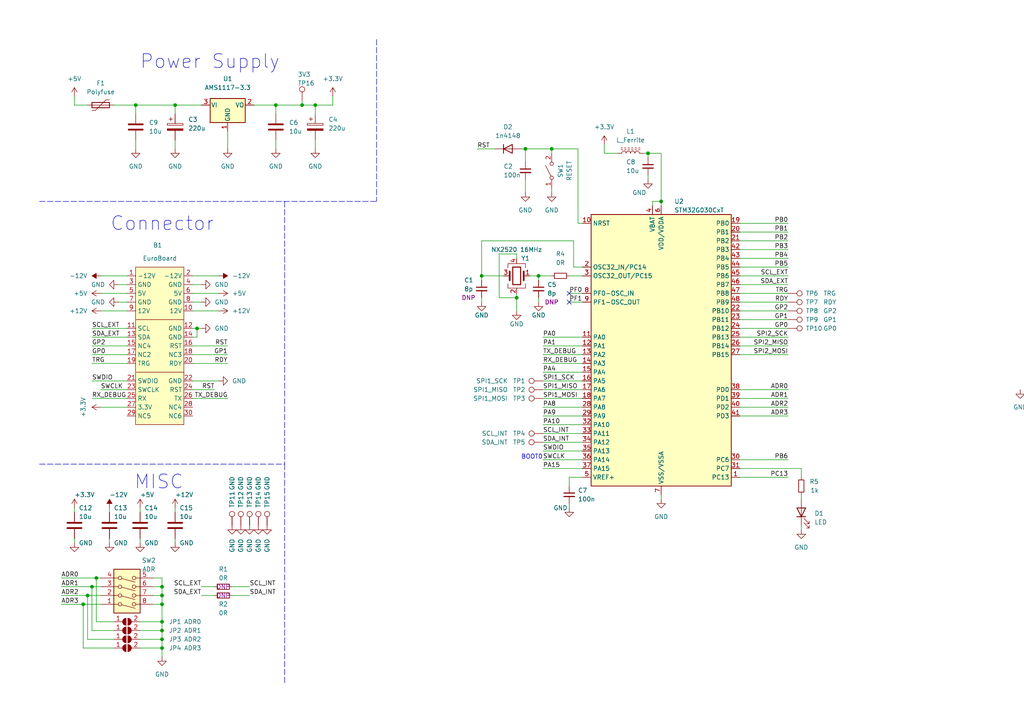
<source format=kicad_sch>
(kicad_sch (version 20211123) (generator eeschema)
  (paper "A4")
  (title_block (title "EuroMeasure-Module") (date "2023-01-27") (rev "1.0.0"))
  (lib_symbols
    (symbol "Connector:TestPoint" (pin_numbers hide) (pin_names (offset 0.762) hide)
      (property "Reference" "TP" (at 0 6.858 0))
      (property "Value" "TestPoint" (at 0 5.08 0))
      (symbol "TestPoint_0_1"
        (circle (center 0 3.302) (radius 0.762))
      )
      (symbol "TestPoint_1_1"
        (pin passive line (at 0 0 90) (length 2.54) (name "1") (number "1"))
      )
    )
    (symbol "Device:C" (pin_numbers hide) (pin_names (offset 0.254))
      (property "Reference" "C" (at 0.635 2.54 0))
      (property "Value" "C" (at 0.635 -2.54 0))
      (symbol "C_0_1"
        (polyline (pts (xy -2.032 -0.762) (xy 2.032 -0.762)) (stroke (width 0.508)))
        (polyline (pts (xy -2.032 0.762) (xy 2.032 0.762)) (stroke (width 0.508)))
      )
      (symbol "C_1_1"
        (pin passive line (at 0 3.81 270) (length 2.794) (name "~") (number "1"))
        (pin passive line (at 0 -3.81 90) (length 2.794) (name "~") (number "2"))
      )
    )
    (symbol "Device:C_Polarized" (pin_numbers hide) (pin_names (offset 0.254))
      (property "Reference" "C" (at 0.635 2.54 0))
      (property "Value" "C_Polarized" (at 0.635 -2.54 0))
      (symbol "C_Polarized_0_1"
        (rectangle (start -2.286 0.508) (end 2.286 1.016))
        (polyline (pts (xy -1.778 2.286) (xy -0.762 2.286)))
        (polyline (pts (xy -1.27 2.794) (xy -1.27 1.778)))
        (rectangle (start 2.286 -0.508) (end -2.286 -1.016) (fill (type outline)))
      )
      (symbol "C_Polarized_1_1"
        (pin passive line (at 0 3.81 270) (length 2.794) (name "~") (number "1"))
        (pin passive line (at 0 -3.81 90) (length 2.794) (name "~") (number "2"))
      )
    )
    (symbol "Device:C_Small" (pin_numbers hide) (pin_names (offset 0.254) hide)
      (property "Reference" "C" (at 0.254 1.778 0))
      (property "Value" "C_Small" (at 0.254 -2.032 0))
      (symbol "C_Small_0_1"
        (polyline (pts (xy -1.524 -0.508) (xy 1.524 -0.508)) (stroke (width 0.3302)))
        (polyline (pts (xy -1.524 0.508) (xy 1.524 0.508)) (stroke (width 0.3048)))
      )
      (symbol "C_Small_1_1"
        (pin passive line (at 0 2.54 270) (length 2.032) (name "~") (number "1"))
        (pin passive line (at 0 -2.54 90) (length 2.032) (name "~") (number "2"))
      )
    )
    (symbol "Device:Crystal_GND24" (pin_names (offset 1.016) hide)
      (property "Reference" "Y" (at 3.175 5.08 0))
      (property "Value" "Crystal_GND24" (at 3.175 3.175 0))
      (symbol "Crystal_GND24_0_1"
        (rectangle (start -1.143 2.54) (end 1.143 -2.54) (stroke (width 0.3048)))
        (polyline (pts (xy -2.54 0) (xy -2.032 0)))
        (polyline (pts (xy -2.032 -1.27) (xy -2.032 1.27)) (stroke (width 0.508)))
        (polyline (pts (xy 0 -3.81) (xy 0 -3.556)))
        (polyline (pts (xy 0 3.556) (xy 0 3.81)))
        (polyline (pts (xy 2.032 -1.27) (xy 2.032 1.27)) (stroke (width 0.508)))
        (polyline (pts (xy 2.032 0) (xy 2.54 0)))
        (polyline (pts (xy -2.54 -2.286) (xy -2.54 -3.556) (xy 2.54 -3.556) (xy 2.54 -2.286)))
        (polyline (pts (xy -2.54 2.286) (xy -2.54 3.556) (xy 2.54 3.556) (xy 2.54 2.286)))
      )
      (symbol "Crystal_GND24_1_1"
        (pin passive line (at -3.81 0 0) (length 1.27) (name "1") (number "1"))
        (pin passive line (at 0 5.08 270) (length 1.27) (name "2") (number "2"))
        (pin passive line (at 3.81 0 180) (length 1.27) (name "3") (number "3"))
        (pin passive line (at 0 -5.08 90) (length 1.27) (name "4") (number "4"))
      )
    )
    (symbol "Device:D" (pin_numbers hide) (pin_names (offset 1.016) hide)
      (property "Reference" "D" (at 0 2.54 0))
      (property "Value" "D" (at 0 -2.54 0))
      (symbol "D_0_1"
        (polyline (pts (xy -1.27 1.27) (xy -1.27 -1.27)) (stroke (width 0.254)))
        (polyline (pts (xy 1.27 0) (xy -1.27 0)))
        (polyline (pts (xy 1.27 1.27) (xy 1.27 -1.27) (xy -1.27 0) (xy 1.27 1.27)) (stroke (width 0.254)))
      )
      (symbol "D_1_1"
        (pin passive line (at -3.81 0 0) (length 2.54) (name "K") (number "1"))
        (pin passive line (at 3.81 0 180) (length 2.54) (name "A") (number "2"))
      )
    )
    (symbol "Device:LED" (pin_numbers hide) (pin_names (offset 1.016) hide)
      (property "Reference" "D" (at 0 2.54 0))
      (property "Value" "LED" (at 0 -2.54 0))
      (symbol "LED_0_1"
        (polyline (pts (xy -1.27 -1.27) (xy -1.27 1.27)) (stroke (width 0.254)))
        (polyline (pts (xy -1.27 0) (xy 1.27 0)))
        (polyline (pts (xy 1.27 -1.27) (xy 1.27 1.27) (xy -1.27 0) (xy 1.27 -1.27)) (stroke (width 0.254)))
        (polyline (pts (xy -3.048 -0.762) (xy -4.572 -2.286) (xy -3.81 -2.286) (xy -4.572 -2.286) (xy -4.572 -1.524)))
        (polyline (pts (xy -1.778 -0.762) (xy -3.302 -2.286) (xy -2.54 -2.286) (xy -3.302 -2.286) (xy -3.302 -1.524)))
      )
      (symbol "LED_1_1"
        (pin passive line (at -3.81 0 0) (length 2.54) (name "K") (number "1"))
        (pin passive line (at 3.81 0 180) (length 2.54) (name "A") (number "2"))
      )
    )
    (symbol "Device:L_Ferrite" (pin_numbers hide) (pin_names (offset 1.016) hide)
      (property "Reference" "L" (at -1.27 0 90))
      (property "Value" "L_Ferrite" (at 2.794 0 90))
      (symbol "L_Ferrite_0_1"
        (arc (start 0 -2.54) (mid 0.635 -1.905) (end 0 -1.27))
        (arc (start 0 -1.27) (mid 0.635 -0.635) (end 0 0))
        (polyline (pts (xy 1.016 -2.794) (xy 1.016 -2.286)))
        (polyline (pts (xy 1.016 -1.778) (xy 1.016 -1.27)))
        (polyline (pts (xy 1.016 -0.762) (xy 1.016 -0.254)))
        (polyline (pts (xy 1.016 0.254) (xy 1.016 0.762)))
        (polyline (pts (xy 1.016 1.27) (xy 1.016 1.778)))
        (polyline (pts (xy 1.016 2.286) (xy 1.016 2.794)))
        (polyline (pts (xy 1.524 -2.286) (xy 1.524 -2.794)))
        (polyline (pts (xy 1.524 -1.27) (xy 1.524 -1.778)))
        (polyline (pts (xy 1.524 -0.254) (xy 1.524 -0.762)))
        (polyline (pts (xy 1.524 0.762) (xy 1.524 0.254)))
        (polyline (pts (xy 1.524 1.778) (xy 1.524 1.27)))
        (polyline (pts (xy 1.524 2.794) (xy 1.524 2.286)))
        (arc (start 0 0) (mid 0.635 0.635) (end 0 1.27))
        (arc (start 0 1.27) (mid 0.635 1.905) (end 0 2.54))
      )
      (symbol "L_Ferrite_1_1"
        (pin passive line (at 0 3.81 270) (length 1.27) (name "1") (number "1"))
        (pin passive line (at 0 -3.81 90) (length 1.27) (name "2") (number "2"))
      )
    )
    (symbol "Device:Polyfuse" (pin_numbers hide) (pin_names (offset 0))
      (property "Reference" "F" (at -2.54 0 90))
      (property "Value" "Polyfuse" (at 2.54 0 90))
      (symbol "Polyfuse_0_1"
        (rectangle (start -0.762 2.54) (end 0.762 -2.54) (stroke (width 0.254)))
        (polyline (pts (xy 0 2.54) (xy 0 -2.54)))
        (polyline (pts (xy -1.524 2.54) (xy -1.524 1.524) (xy 1.524 -1.524) (xy 1.524 -2.54)))
      )
      (symbol "Polyfuse_1_1"
        (pin passive line (at 0 3.81 270) (length 1.27) (name "~") (number "1"))
        (pin passive line (at 0 -3.81 90) (length 1.27) (name "~") (number "2"))
      )
    )
    (symbol "Device:R_Small" (pin_numbers hide) (pin_names (offset 0.254) hide)
      (property "Reference" "R" (at 0.762 0.508 0))
      (property "Value" "R_Small" (at 0.762 -1.016 0))
      (symbol "R_Small_0_1"
        (rectangle (start -0.762 1.778) (end 0.762 -1.778) (stroke (width 0.2032)))
      )
      (symbol "R_Small_1_1"
        (pin passive line (at 0 2.54 270) (length 0.762) (name "~") (number "1"))
        (pin passive line (at 0 -2.54 90) (length 0.762) (name "~") (number "2"))
      )
    )
    (symbol "Jumper:SolderJumper_2_Open" (pin_names (offset 0) hide)
      (property "Reference" "JP" (at 0 2.032 0))
      (property "Value" "SolderJumper_2_Open" (at 0 -2.54 0))
      (symbol "SolderJumper_2_Open_0_1"
        (arc (start -0.254 1.016) (mid -1.27 0) (end -0.254 -1.016))
        (arc (start -0.254 1.016) (mid -1.27 0) (end -0.254 -1.016) (fill (type outline)))
        (polyline (pts (xy -0.254 1.016) (xy -0.254 -1.016)))
        (polyline (pts (xy 0.254 1.016) (xy 0.254 -1.016)))
        (arc (start 0.254 -1.016) (mid 1.27 0) (end 0.254 1.016))
        (arc (start 0.254 -1.016) (mid 1.27 0) (end 0.254 1.016) (fill (type outline)))
      )
      (symbol "SolderJumper_2_Open_1_1"
        (pin passive line (at -3.81 0 0) (length 2.54) (name "A") (number "1"))
        (pin passive line (at 3.81 0 180) (length 2.54) (name "B") (number "2"))
      )
    )
    (symbol "MEMS_Custom:EuroBoard"
      (property "Reference" "B" (at 0 0 0))
      (property "Value" "EuroBoard" (at 2.54 8.89 0))
      (symbol "EuroBoard_0_1"
        (rectangle (start -3.81 7.62) (end 10.16 -38.1) (fill (type background)))
        (polyline (pts (xy -3.81 -22.86) (xy 10.16 -22.86)))
        (polyline (pts (xy -3.81 -7.62) (xy 10.16 -7.62)))
      )
      (symbol "EuroBoard_1_1"
        (pin bidirectional line (at -6.35 5.08 0) (length 2.54) (name "-12V") (number "1"))
        (pin bidirectional line (at 12.7 -5.08 180) (length 2.54) (name "12V") (number "10"))
        (pin bidirectional line (at -6.35 -10.16 0) (length 2.54) (name "SCL") (number "11"))
        (pin bidirectional line (at 12.7 -10.16 180) (length 2.54) (name "GND") (number "12"))
        (pin bidirectional line (at -6.35 -12.7 0) (length 2.54) (name "SDA") (number "13"))
        (pin bidirectional line (at 12.7 -12.7 180) (length 2.54) (name "GND") (number "14"))
        (pin bidirectional line (at -6.35 -15.24 0) (length 2.54) (name "NC4") (number "15"))
        (pin bidirectional line (at 12.7 -15.24 180) (length 2.54) (name "RST") (number "16"))
        (pin bidirectional line (at -6.35 -17.78 0) (length 2.54) (name "NC2") (number "17"))
        (pin bidirectional line (at 12.7 -17.78 180) (length 2.54) (name "NC3") (number "18"))
        (pin bidirectional line (at -6.35 -20.32 0) (length 2.54) (name "TRG") (number "19"))
        (pin bidirectional line (at 12.7 5.08 180) (length 2.54) (name "-12V") (number "2"))
        (pin bidirectional line (at 12.7 -20.32 180) (length 2.54) (name "RDY") (number "20"))
        (pin bidirectional line (at -6.35 -25.4 0) (length 2.54) (name "SWDIO") (number "21"))
        (pin bidirectional line (at 12.7 -25.4 180) (length 2.54) (name "GND") (number "22"))
        (pin bidirectional line (at -6.35 -27.94 0) (length 2.54) (name "SWCLK") (number "23"))
        (pin bidirectional line (at 12.7 -27.94 180) (length 2.54) (name "RST") (number "24"))
        (pin bidirectional line (at -6.35 -30.48 0) (length 2.54) (name "RX") (number "25"))
        (pin bidirectional line (at 12.7 -30.48 180) (length 2.54) (name "TX") (number "26"))
        (pin bidirectional line (at -6.35 -33.02 0) (length 2.54) (name "3.3V") (number "27"))
        (pin bidirectional line (at 12.7 -33.02 180) (length 2.54) (name "NC4") (number "28"))
        (pin bidirectional line (at -6.35 -35.56 0) (length 2.54) (name "NC5") (number "29"))
        (pin bidirectional line (at -6.35 2.54 0) (length 2.54) (name "GND") (number "3"))
        (pin bidirectional line (at 12.7 -35.56 180) (length 2.54) (name "NC6") (number "30"))
        (pin bidirectional line (at 12.7 2.54 180) (length 2.54) (name "GND") (number "4"))
        (pin bidirectional line (at -6.35 0 0) (length 2.54) (name "5V") (number "5"))
        (pin bidirectional line (at 12.7 0 180) (length 2.54) (name "5V") (number "6"))
        (pin bidirectional line (at -6.35 -2.54 0) (length 2.54) (name "GND") (number "7"))
        (pin bidirectional line (at 12.7 -2.54 180) (length 2.54) (name "GND") (number "8"))
        (pin bidirectional line (at -6.35 -5.08 0) (length 2.54) (name "12V") (number "9"))
      )
    )
    (symbol "MEMS_IC:STM32G030CxT"
      (property "Reference" "U" (at -6.35 49.53 0))
      (property "Value" "STM32G030CxT" (at 15.24 43.18 0))
      (symbol "STM32G030CxT_0_1"
        (rectangle (start -20.32 40.64) (end 20.32 -38.1) (stroke (width 0.254)) (fill (type background)))
      )
      (symbol "STM32G030CxT_1_1"
        (pin bidirectional line (at 22.86 -35.56 180) (length 2.54) (name "PC13") (number "1"))
        (pin bidirectional line (at -22.86 38.1 0) (length 2.54) (name "NRST") (number "10"))
        (pin bidirectional line (at -22.86 5.08 0) (length 2.54) (name "PA0") (number "11"))
        (pin bidirectional line (at -22.86 2.54 0) (length 2.54) (name "PA1") (number "12"))
        (pin bidirectional line (at -22.86 0 0) (length 2.54) (name "PA2") (number "13"))
        (pin bidirectional line (at -22.86 -2.54 0) (length 2.54) (name "PA3") (number "14"))
        (pin bidirectional line (at -22.86 -5.08 0) (length 2.54) (name "PA4") (number "15"))
        (pin bidirectional line (at -22.86 -7.62 0) (length 2.54) (name "PA5") (number "16"))
        (pin bidirectional line (at -22.86 -10.16 0) (length 2.54) (name "PA6") (number "17"))
        (pin bidirectional line (at -22.86 -12.7 0) (length 2.54) (name "PA7") (number "18"))
        (pin bidirectional line (at 22.86 38.1 180) (length 2.54) (name "PB0") (number "19"))
        (pin bidirectional line (at -22.86 25.4 0) (length 2.54) (name "OSC32_IN/PC14") (number "2"))
        (pin bidirectional line (at 22.86 35.56 180) (length 2.54) (name "PB1") (number "20"))
        (pin bidirectional line (at 22.86 33.02 180) (length 2.54) (name "PB2") (number "21"))
        (pin bidirectional line (at 22.86 12.7 180) (length 2.54) (name "PB10") (number "22"))
        (pin bidirectional line (at 22.86 10.16 180) (length 2.54) (name "PB11") (number "23"))
        (pin bidirectional line (at 22.86 7.62 180) (length 2.54) (name "PB12") (number "24"))
        (pin bidirectional line (at 22.86 5.08 180) (length 2.54) (name "PB13") (number "25"))
        (pin bidirectional line (at 22.86 2.54 180) (length 2.54) (name "PB14") (number "26"))
        (pin bidirectional line (at 22.86 0 180) (length 2.54) (name "PB15") (number "27"))
        (pin bidirectional line (at -22.86 -15.24 0) (length 2.54) (name "PA8") (number "28"))
        (pin bidirectional line (at -22.86 -17.78 0) (length 2.54) (name "PA9") (number "29"))
        (pin bidirectional line (at -22.86 22.86 0) (length 2.54) (name "OSC32_OUT/PC15") (number "3"))
        (pin bidirectional line (at 22.86 -30.48 180) (length 2.54) (name "PC6") (number "30"))
        (pin bidirectional line (at 22.86 -33.02 180) (length 2.54) (name "PC7") (number "31"))
        (pin bidirectional line (at -22.86 -20.32 0) (length 2.54) (name "PA10") (number "32"))
        (pin bidirectional line (at -22.86 -22.86 0) (length 2.54) (name "PA11") (number "33"))
        (pin bidirectional line (at -22.86 -25.4 0) (length 2.54) (name "PA12") (number "34"))
        (pin bidirectional line (at -22.86 -27.94 0) (length 2.54) (name "PA13") (number "35"))
        (pin bidirectional line (at -22.86 -30.48 0) (length 2.54) (name "PA14") (number "36"))
        (pin bidirectional line (at -22.86 -33.02 0) (length 2.54) (name "PA15") (number "37"))
        (pin bidirectional line (at 22.86 -10.16 180) (length 2.54) (name "PD0") (number "38"))
        (pin bidirectional line (at 22.86 -12.7 180) (length 2.54) (name "PD1") (number "39"))
        (pin power_in line (at -2.54 43.18 270) (length 2.54) (name "VBAT") (number "4"))
        (pin bidirectional line (at 22.86 -15.24 180) (length 2.54) (name "PD2") (number "40"))
        (pin bidirectional line (at 22.86 -17.78 180) (length 2.54) (name "PD3") (number "41"))
        (pin bidirectional line (at 22.86 30.48 180) (length 2.54) (name "PB3") (number "42"))
        (pin bidirectional line (at 22.86 27.94 180) (length 2.54) (name "PB4") (number "43"))
        (pin bidirectional line (at 22.86 25.4 180) (length 2.54) (name "PB5") (number "44"))
        (pin bidirectional line (at 22.86 22.86 180) (length 2.54) (name "PB6") (number "45"))
        (pin bidirectional line (at 22.86 20.32 180) (length 2.54) (name "PB7") (number "46"))
        (pin bidirectional line (at 22.86 17.78 180) (length 2.54) (name "PB8") (number "47"))
        (pin bidirectional line (at 22.86 15.24 180) (length 2.54) (name "PB9") (number "48"))
        (pin bidirectional line (at -22.86 -35.56 0) (length 2.54) (name "VREF+") (number "5"))
        (pin power_in line (at 0 43.18 270) (length 2.54) (name "VDD/VDDA") (number "6"))
        (pin power_in line (at 0 -40.64 90) (length 2.54) (name "VSS/VSSA") (number "7"))
        (pin bidirectional line (at -22.86 17.78 0) (length 2.54) (name "PF0-OSC_IN") (number "8"))
        (pin bidirectional line (at -22.86 15.24 0) (length 2.54) (name "PF1-OSC_OUT") (number "9"))
      )
    )
    (symbol "Regulator_Linear:AMS1117-3.3" (pin_names (offset 0.254))
      (property "Reference" "U" (at -3.81 3.175 0))
      (property "Value" "AMS1117-3.3" (at 0 3.175 0))
      (symbol "AMS1117-3.3_0_1"
        (rectangle (start -5.08 -5.08) (end 5.08 1.905) (stroke (width 0.254)) (fill (type background)))
      )
      (symbol "AMS1117-3.3_1_1"
        (pin power_in line (at 0 -7.62 90) (length 2.54) (name "GND") (number "1"))
        (pin power_out line (at 7.62 0 180) (length 2.54) (name "VO") (number "2"))
        (pin power_in line (at -7.62 0 0) (length 2.54) (name "VI") (number "3"))
      )
    )
    (symbol "Switch:SW_DIP_x04" (pin_names (offset 0) hide)
      (property "Reference" "SW" (at 0 8.89 0))
      (property "Value" "SW_DIP_x04" (at 0 -6.35 0))
      (symbol "SW_DIP_x04_0_0"
        (circle (center -2.032 -2.54) (radius 0.508))
        (circle (center -2.032 0) (radius 0.508))
        (circle (center -2.032 2.54) (radius 0.508))
        (circle (center -2.032 5.08) (radius 0.508))
        (polyline (pts (xy -1.524 -2.3876) (xy 2.3622 -1.3462)))
        (polyline (pts (xy -1.524 0.127) (xy 2.3622 1.1684)))
        (polyline (pts (xy -1.524 2.667) (xy 2.3622 3.7084)))
        (polyline (pts (xy -1.524 5.207) (xy 2.3622 6.2484)))
        (circle (center 2.032 -2.54) (radius 0.508))
        (circle (center 2.032 0) (radius 0.508))
        (circle (center 2.032 2.54) (radius 0.508))
        (circle (center 2.032 5.08) (radius 0.508))
      )
      (symbol "SW_DIP_x04_0_1"
        (rectangle (start -3.81 7.62) (end 3.81 -5.08) (stroke (width 0.254)) (fill (type background)))
      )
      (symbol "SW_DIP_x04_1_1"
        (pin passive line (at -7.62 5.08 0) (length 5.08) (name "~") (number "1"))
        (pin passive line (at -7.62 2.54 0) (length 5.08) (name "~") (number "2"))
        (pin passive line (at -7.62 0 0) (length 5.08) (name "~") (number "3"))
        (pin passive line (at -7.62 -2.54 0) (length 5.08) (name "~") (number "4"))
        (pin passive line (at 7.62 -2.54 180) (length 5.08) (name "~") (number "5"))
        (pin passive line (at 7.62 0 180) (length 5.08) (name "~") (number "6"))
        (pin passive line (at 7.62 2.54 180) (length 5.08) (name "~") (number "7"))
        (pin passive line (at 7.62 5.08 180) (length 5.08) (name "~") (number "8"))
      )
    )
    (symbol "Switch:SW_SPST" (pin_names (offset 0) hide)
      (property "Reference" "SW" (at 0 3.175 0))
      (property "Value" "SW_SPST" (at 0 -2.54 0))
      (symbol "SW_SPST_0_0"
        (circle (center -2.032 0) (radius 0.508))
        (polyline (pts (xy -1.524 0.254) (xy 1.524 1.778)))
        (circle (center 2.032 0) (radius 0.508))
      )
      (symbol "SW_SPST_1_1"
        (pin passive line (at -5.08 0 0) (length 2.54) (name "A") (number "1"))
        (pin passive line (at 5.08 0 180) (length 2.54) (name "B") (number "2"))
      )
    )
    (symbol "power:+12V" (power) (pin_names (offset 0))
      (property "Value" "+12V" (at 0 3.556 0))
      (symbol "+12V_0_1"
        (polyline (pts (xy -0.762 1.27) (xy 0 2.54)))
        (polyline (pts (xy 0 0) (xy 0 2.54)))
        (polyline (pts (xy 0 2.54) (xy 0.762 1.27)))
      )
      (symbol "+12V_1_1"
        (pin power_in line (at 0 0 90) (length 0) hide (name "+12V") (number "1"))
      )
    )
    (symbol "power:+3.3V" (power) (pin_names (offset 0))
      (property "Value" "+3.3V" (at 0 3.556 0))
      (symbol "+3.3V_0_1"
        (polyline (pts (xy -0.762 1.27) (xy 0 2.54)))
        (polyline (pts (xy 0 0) (xy 0 2.54)))
        (polyline (pts (xy 0 2.54) (xy 0.762 1.27)))
      )
      (symbol "+3.3V_1_1"
        (pin power_in line (at 0 0 90) (length 0) hide (name "+3.3V") (number "1"))
      )
    )
    (symbol "power:+5V" (power) (pin_names (offset 0))
      (property "Value" "+5V" (at 0 3.556 0))
      (symbol "+5V_0_1"
        (polyline (pts (xy -0.762 1.27) (xy 0 2.54)))
        (polyline (pts (xy 0 0) (xy 0 2.54)))
        (polyline (pts (xy 0 2.54) (xy 0.762 1.27)))
      )
      (symbol "+5V_1_1"
        (pin power_in line (at 0 0 90) (length 0) hide (name "+5V") (number "1"))
      )
    )
    (symbol "power:-12V" (power) (pin_names (offset 0))
      (property "Value" "-12V" (at 0 3.81 0))
      (symbol "-12V_0_0"
        (pin power_in line (at 0 0 90) (length 0) hide (name "-12V") (number "1"))
      )
      (symbol "-12V_0_1"
        (polyline (pts (xy 0 0) (xy 0 1.27) (xy 0.762 1.27) (xy 0 2.54) (xy -0.762 1.27) (xy 0 1.27)) (fill (type outline)))
      )
    )
    (symbol "power:GND" (power) (pin_names (offset 0))
      (property "Value" "GND" (at 0 -3.81 0))
      (symbol "GND_0_1"
        (polyline (pts (xy 0 0) (xy 0 -1.27) (xy 1.27 -1.27) (xy 0 -2.54) (xy -1.27 -1.27) (xy 0 -1.27)))
      )
      (symbol "GND_1_1"
        (pin power_in line (at 0 0 270) (length 0) hide (name "GND") (number "1"))
      )
    )
  )
  (junction (at 80.01 30.48))
  (junction (at 46.99 170.18))
  (junction (at 39.37 30.48))
  (junction (at 160.02 43.18))
  (junction (at 187.96 44.45))
  (junction (at 152.4 43.18))
  (junction (at 25.4 172.72))
  (junction (at 50.8 30.48))
  (junction (at 24.13 175.26))
  (junction (at 57.15 95.25))
  (junction (at 26.67 170.18))
  (junction (at 91.44 30.48))
  (junction (at 46.99 185.42))
  (junction (at 87.63 30.48))
  (junction (at 191.77 58.42))
  (junction (at 139.7 80.01))
  (junction (at 46.99 180.34))
  (junction (at 27.94 167.64))
  (junction (at 149.86 86.36))
  (junction (at 46.99 172.72))
  (junction (at 46.99 187.96))
  (junction (at 156.21 80.01))
  (junction (at 46.99 175.26))
  (junction (at 46.99 182.88))
  (no_connect (at 165.1 87.63))
  (no_connect (at 165.1 85.09))
  (wire (pts (xy 21.59 27.94) (xy 21.59 30.48)))
  (polyline (pts (xy 109.22 11.43) (xy 109.22 58.42)))
  (wire (pts (xy 214.63 87.63) (xy 228.6 87.63)))
  (wire (pts (xy 58.42 170.18) (xy 62.23 170.18)))
  (wire (pts (xy 17.78 175.26) (xy 24.13 175.26)))
  (wire (pts (xy 17.78 170.18) (xy 26.67 170.18)))
  (wire (pts (xy 167.64 43.18) (xy 160.02 43.18)))
  (wire (pts (xy 29.21 113.03) (xy 36.83 113.03)))
  (wire (pts (xy 157.48 133.35) (xy 168.91 133.35)))
  (wire (pts (xy 66.04 115.57) (xy 55.88 115.57)))
  (wire (pts (xy 139.7 87.63) (xy 139.7 86.36)))
  (polyline (pts (xy 11.43 134.62) (xy 82.55 134.62)))
  (wire (pts (xy 191.77 58.42) (xy 191.77 59.69)))
  (wire (pts (xy 168.91 77.47) (xy 166.37 77.47)))
  (wire (pts (xy 157.48 107.95) (xy 168.91 107.95)))
  (wire (pts (xy 58.42 172.72) (xy 62.23 172.72)))
  (wire (pts (xy 214.63 64.77) (xy 228.6 64.77)))
  (wire (pts (xy 187.96 44.45) (xy 187.96 45.72)))
  (wire (pts (xy 214.63 100.33) (xy 228.6 100.33)))
  (polyline (pts (xy 11.43 58.42) (xy 109.22 58.42)))
  (wire (pts (xy 232.41 152.4) (xy 232.41 153.67)))
  (wire (pts (xy 57.15 95.25) (xy 57.15 97.79)))
  (wire (pts (xy 165.1 87.63) (xy 168.91 87.63)))
  (wire (pts (xy 144.78 73.66) (xy 144.78 86.36)))
  (wire (pts (xy 46.99 187.96) (xy 40.64 187.96)))
  (wire (pts (xy 50.8 30.48) (xy 50.8 33.02)))
  (wire (pts (xy 214.63 115.57) (xy 228.6 115.57)))
  (wire (pts (xy 27.94 180.34) (xy 33.02 180.34)))
  (wire (pts (xy 168.91 130.81) (xy 157.48 130.81)))
  (wire (pts (xy 26.67 105.41) (xy 36.83 105.41)))
  (wire (pts (xy 46.99 182.88) (xy 46.99 185.42)))
  (wire (pts (xy 139.7 80.01) (xy 146.05 80.01)))
  (wire (pts (xy 232.41 143.51) (xy 232.41 144.78)))
  (wire (pts (xy 191.77 58.42) (xy 189.23 58.42)))
  (wire (pts (xy 214.63 69.85) (xy 228.6 69.85)))
  (wire (pts (xy 187.96 44.45) (xy 191.77 44.45)))
  (wire (pts (xy 96.52 30.48) (xy 96.52 27.94)))
  (wire (pts (xy 46.99 175.26) (xy 46.99 180.34)))
  (wire (pts (xy 24.13 175.26) (xy 29.21 175.26)))
  (wire (pts (xy 186.69 44.45) (xy 187.96 44.45)))
  (wire (pts (xy 139.7 80.01) (xy 139.7 81.28)))
  (wire (pts (xy 17.78 172.72) (xy 25.4 172.72)))
  (wire (pts (xy 40.64 185.42) (xy 46.99 185.42)))
  (wire (pts (xy 149.86 85.09) (xy 149.86 86.36)))
  (wire (pts (xy 153.67 80.01) (xy 156.21 80.01)))
  (wire (pts (xy 87.63 30.48) (xy 91.44 30.48)))
  (wire (pts (xy 165.1 138.43) (xy 165.1 140.97)))
  (wire (pts (xy 152.4 46.99) (xy 152.4 43.18)))
  (wire (pts (xy 26.67 182.88) (xy 33.02 182.88)))
  (wire (pts (xy 80.01 43.18) (xy 80.01 40.64)))
  (wire (pts (xy 157.48 125.73) (xy 168.91 125.73)))
  (wire (pts (xy 50.8 147.32) (xy 50.8 148.59)))
  (wire (pts (xy 168.91 138.43) (xy 165.1 138.43)))
  (wire (pts (xy 17.78 167.64) (xy 27.94 167.64)))
  (wire (pts (xy 149.86 74.93) (xy 149.86 73.66)))
  (wire (pts (xy 80.01 30.48) (xy 80.01 33.02)))
  (wire (pts (xy 55.88 95.25) (xy 57.15 95.25)))
  (wire (pts (xy 66.04 43.18) (xy 66.04 38.1)))
  (wire (pts (xy 36.83 82.55) (xy 34.29 82.55)))
  (wire (pts (xy 50.8 40.64) (xy 50.8 43.18)))
  (wire (pts (xy 44.45 167.64) (xy 46.99 167.64)))
  (wire (pts (xy 152.4 43.18) (xy 160.02 43.18)))
  (wire (pts (xy 26.67 102.87) (xy 36.83 102.87)))
  (wire (pts (xy 55.88 102.87) (xy 66.04 102.87)))
  (wire (pts (xy 25.4 185.42) (xy 33.02 185.42)))
  (wire (pts (xy 166.37 77.47) (xy 166.37 69.85)))
  (wire (pts (xy 157.48 102.87) (xy 168.91 102.87)))
  (wire (pts (xy 46.99 185.42) (xy 46.99 187.96)))
  (wire (pts (xy 167.64 64.77) (xy 167.64 43.18)))
  (wire (pts (xy 191.77 44.45) (xy 191.77 58.42)))
  (wire (pts (xy 40.64 157.48) (xy 40.64 156.21)))
  (wire (pts (xy 40.64 182.88) (xy 46.99 182.88)))
  (wire (pts (xy 214.63 90.17) (xy 228.6 90.17)))
  (wire (pts (xy 91.44 30.48) (xy 96.52 30.48)))
  (wire (pts (xy 46.99 180.34) (xy 40.64 180.34)))
  (wire (pts (xy 57.15 95.25) (xy 58.42 95.25)))
  (wire (pts (xy 26.67 170.18) (xy 29.21 170.18)))
  (wire (pts (xy 27.94 167.64) (xy 27.94 180.34)))
  (wire (pts (xy 21.59 157.48) (xy 21.59 156.21)))
  (wire (pts (xy 26.67 115.57) (xy 36.83 115.57)))
  (wire (pts (xy 36.83 90.17) (xy 29.21 90.17)))
  (wire (pts (xy 232.41 138.43) (xy 232.41 135.89)))
  (wire (pts (xy 36.83 85.09) (xy 29.21 85.09)))
  (wire (pts (xy 36.83 80.01) (xy 29.21 80.01)))
  (wire (pts (xy 46.99 167.64) (xy 46.99 170.18)))
  (wire (pts (xy 214.63 102.87) (xy 228.6 102.87)))
  (wire (pts (xy 36.83 87.63) (xy 34.29 87.63)))
  (wire (pts (xy 214.63 92.71) (xy 228.6 92.71)))
  (wire (pts (xy 156.21 80.01) (xy 160.02 80.01)))
  (wire (pts (xy 149.86 73.66) (xy 144.78 73.66)))
  (wire (pts (xy 175.26 41.91) (xy 175.26 44.45)))
  (wire (pts (xy 26.67 97.79) (xy 36.83 97.79)))
  (wire (pts (xy 156.21 87.63) (xy 156.21 86.36)))
  (wire (pts (xy 24.13 187.96) (xy 33.02 187.96)))
  (wire (pts (xy 27.94 167.64) (xy 29.21 167.64)))
  (wire (pts (xy 157.48 105.41) (xy 168.91 105.41)))
  (wire (pts (xy 50.8 157.48) (xy 50.8 156.21)))
  (wire (pts (xy 156.21 80.01) (xy 156.21 81.28)))
  (wire (pts (xy 31.75 147.32) (xy 31.75 148.59)))
  (wire (pts (xy 139.7 80.01) (xy 139.7 69.85)))
  (wire (pts (xy 166.37 69.85) (xy 139.7 69.85)))
  (wire (pts (xy 33.02 30.48) (xy 39.37 30.48)))
  (wire (pts (xy 214.63 85.09) (xy 228.6 85.09)))
  (wire (pts (xy 44.45 175.26) (xy 46.99 175.26)))
  (wire (pts (xy 55.88 90.17) (xy 63.5 90.17)))
  (wire (pts (xy 214.63 77.47) (xy 228.6 77.47)))
  (wire (pts (xy 55.88 80.01) (xy 63.5 80.01)))
  (wire (pts (xy 157.48 110.49) (xy 168.91 110.49)))
  (wire (pts (xy 26.67 110.49) (xy 36.83 110.49)))
  (wire (pts (xy 87.63 29.21) (xy 87.63 30.48)))
  (wire (pts (xy 214.63 135.89) (xy 232.41 135.89)))
  (wire (pts (xy 73.66 30.48) (xy 80.01 30.48)))
  (wire (pts (xy 191.77 143.51) (xy 191.77 144.78)))
  (wire (pts (xy 149.86 86.36) (xy 149.86 90.17)))
  (wire (pts (xy 24.13 175.26) (xy 24.13 187.96)))
  (wire (pts (xy 55.88 85.09) (xy 63.5 85.09)))
  (wire (pts (xy 67.31 172.72) (xy 72.39 172.72)))
  (wire (pts (xy 67.31 170.18) (xy 72.39 170.18)))
  (wire (pts (xy 214.63 97.79) (xy 228.6 97.79)))
  (wire (pts (xy 55.88 113.03) (xy 62.23 113.03)))
  (wire (pts (xy 39.37 30.48) (xy 50.8 30.48)))
  (wire (pts (xy 157.48 123.19) (xy 168.91 123.19)))
  (wire (pts (xy 26.67 95.25) (xy 36.83 95.25)))
  (wire (pts (xy 214.63 82.55) (xy 228.6 82.55)))
  (wire (pts (xy 39.37 43.18) (xy 39.37 40.64)))
  (wire (pts (xy 214.63 74.93) (xy 228.6 74.93)))
  (polyline (pts (xy 82.55 58.42) (xy 82.55 134.62)))
  (wire (pts (xy 214.63 95.25) (xy 228.6 95.25)))
  (wire (pts (xy 187.96 52.07) (xy 187.96 50.8)))
  (wire (pts (xy 46.99 187.96) (xy 46.99 190.5)))
  (wire (pts (xy 189.23 58.42) (xy 189.23 59.69)))
  (wire (pts (xy 157.48 120.65) (xy 168.91 120.65)))
  (wire (pts (xy 21.59 148.59) (xy 21.59 147.32)))
  (wire (pts (xy 80.01 30.48) (xy 87.63 30.48)))
  (wire (pts (xy 26.67 100.33) (xy 36.83 100.33)))
  (wire (pts (xy 214.63 120.65) (xy 228.6 120.65)))
  (wire (pts (xy 157.48 113.03) (xy 168.91 113.03)))
  (wire (pts (xy 26.67 170.18) (xy 26.67 182.88)))
  (wire (pts (xy 157.48 97.79) (xy 168.91 97.79)))
  (wire (pts (xy 21.59 30.48) (xy 25.4 30.48)))
  (wire (pts (xy 165.1 147.32) (xy 165.1 146.05)))
  (wire (pts (xy 157.48 100.33) (xy 168.91 100.33)))
  (wire (pts (xy 214.63 113.03) (xy 228.6 113.03)))
  (wire (pts (xy 55.88 87.63) (xy 58.42 87.63)))
  (wire (pts (xy 152.4 52.07) (xy 152.4 55.88)))
  (wire (pts (xy 138.43 43.18) (xy 143.51 43.18)))
  (wire (pts (xy 55.88 82.55) (xy 58.42 82.55)))
  (wire (pts (xy 214.63 67.31) (xy 228.6 67.31)))
  (wire (pts (xy 214.63 118.11) (xy 228.6 118.11)))
  (wire (pts (xy 165.1 85.09) (xy 168.91 85.09)))
  (wire (pts (xy 44.45 172.72) (xy 46.99 172.72)))
  (wire (pts (xy 44.45 170.18) (xy 46.99 170.18)))
  (wire (pts (xy 157.48 118.11) (xy 168.91 118.11)))
  (wire (pts (xy 214.63 72.39) (xy 228.6 72.39)))
  (wire (pts (xy 144.78 86.36) (xy 149.86 86.36)))
  (wire (pts (xy 91.44 30.48) (xy 91.44 33.02)))
  (wire (pts (xy 63.5 110.49) (xy 55.88 110.49)))
  (wire (pts (xy 55.88 105.41) (xy 66.04 105.41)))
  (wire (pts (xy 91.44 40.64) (xy 91.44 43.18)))
  (wire (pts (xy 46.99 172.72) (xy 46.99 175.26)))
  (wire (pts (xy 168.91 64.77) (xy 167.64 64.77)))
  (wire (pts (xy 25.4 172.72) (xy 25.4 185.42)))
  (wire (pts (xy 25.4 172.72) (xy 29.21 172.72)))
  (wire (pts (xy 175.26 44.45) (xy 179.07 44.45)))
  (wire (pts (xy 214.63 80.01) (xy 228.6 80.01)))
  (wire (pts (xy 160.02 54.61) (xy 160.02 55.88)))
  (wire (pts (xy 214.63 138.43) (xy 228.6 138.43)))
  (wire (pts (xy 50.8 30.48) (xy 58.42 30.48)))
  (wire (pts (xy 157.48 115.57) (xy 168.91 115.57)))
  (wire (pts (xy 160.02 44.45) (xy 160.02 43.18)))
  (wire (pts (xy 165.1 80.01) (xy 168.91 80.01)))
  (wire (pts (xy 31.75 157.48) (xy 31.75 156.21)))
  (polyline (pts (xy 82.55 134.62) (xy 82.55 198.12)))
  (wire (pts (xy 39.37 30.48) (xy 39.37 33.02)))
  (wire (pts (xy 46.99 180.34) (xy 46.99 182.88)))
  (wire (pts (xy 55.88 97.79) (xy 57.15 97.79)))
  (wire (pts (xy 40.64 147.32) (xy 40.64 148.59)))
  (wire (pts (xy 157.48 135.89) (xy 168.91 135.89)))
  (wire (pts (xy 55.88 100.33) (xy 66.04 100.33)))
  (wire (pts (xy 157.48 128.27) (xy 168.91 128.27)))
  (wire (pts (xy 46.99 170.18) (xy 46.99 172.72)))
  (wire (pts (xy 214.63 133.35) (xy 228.6 133.35)))
  (wire (pts (xy 151.13 43.18) (xy 152.4 43.18)))
  (wire (pts (xy 29.21 118.11) (xy 36.83 118.11)))
  (text "Connector" (at 62.23 67.31 180) (effects (font (size 4 4)) (justify right bottom)))
  (text "BOOT0" (at 151.13 133.35 0) (effects (font (size 1.27 1.27)) (justify left bottom)))
  (text "MISC" (at 53.34 142.24 180) (effects (font (size 4 4)) (justify right bottom)))
  (text "Power Supply" (at 81.28 20.32 180) (effects (font (size 4 4)) (justify right bottom)))
  (label "PA15" (at 157.48 135.89 0))
  (label "TRG" (at 26.67 105.41 0))
  (label "PA0" (at 157.48 97.79 0))
  (label "TX_DEBUG" (at 157.48 102.87 0))
  (label "SPI1_MISO" (at 157.48 113.03 0))
  (label "GP2" (at 26.67 100.33 0))
  (label "SPI2_SCK" (at 228.6 97.79 180))
  (label "GP2" (at 228.6 90.17 180))
  (label "SWDIO" (at 26.67 110.49 0))
  (label "SWDIO" (at 157.48 130.81 0))
  (label "SDA_EXT" (at 26.67 97.79 0))
  (label "PB1" (at 228.6 67.31 180))
  (label "TRG" (at 228.6 85.09 180))
  (label "PF0" (at 165.1 85.09 0))
  (label "PF1" (at 165.1 87.63 0))
  (label "GP1" (at 228.6 92.71 180))
  (label "SWCLK" (at 29.21 113.03 0))
  (label "ADR3" (at 17.78 175.26 0))
  (label "PB3" (at 228.6 72.39 180))
  (label "ADR1" (at 17.78 170.18 0))
  (label "RX_DEBUG" (at 26.67 115.57 0))
  (label "SCL_INT" (at 72.39 170.18 0))
  (label "SWCLK" (at 157.48 133.35 0))
  (label "PA10" (at 157.48 123.19 0))
  (label "SCL_EXT" (at 26.67 95.25 0))
  (label "PA4" (at 157.48 107.95 0))
  (label "RX_DEBUG" (at 157.48 105.41 0))
  (label "TX_DEBUG" (at 66.04 115.57 180))
  (label "SPI1_MOSI" (at 157.48 115.57 0))
  (label "ADR2" (at 228.6 118.11 180))
  (label "SCL_EXT" (at 228.6 80.01 180))
  (label "RST" (at 138.43 43.18 0))
  (label "GP0" (at 26.67 102.87 0))
  (label "SDA_EXT" (at 58.42 172.72 180))
  (label "PA8" (at 157.48 118.11 0))
  (label "ADR0" (at 17.78 167.64 0))
  (label "PB5" (at 228.6 77.47 180))
  (label "ADR1" (at 228.6 115.57 180))
  (label "ADR0" (at 228.6 113.03 180))
  (label "PA1" (at 157.48 100.33 0))
  (label "SPI2_MOSI" (at 228.6 102.87 180))
  (label "PB4" (at 228.6 74.93 180))
  (label "SDA_INT" (at 157.48 128.27 0))
  (label "PB6" (at 228.6 133.35 180))
  (label "PB0" (at 228.6 64.77 180))
  (label "SDA_EXT" (at 228.6 82.55 180))
  (label "SCL_INT" (at 157.48 125.73 0))
  (label "SDA_INT" (at 72.39 172.72 0))
  (label "GP0" (at 228.6 95.25 180))
  (label "SCL_EXT" (at 58.42 170.18 180))
  (label "RDY" (at 66.04 105.41 180))
  (label "ADR2" (at 17.78 172.72 0))
  (label "GP1" (at 66.04 102.87 180))
  (label "PC13" (at 228.6 138.43 180))
  (label "SPI2_MISO" (at 228.6 100.33 180))
  (label "PB2" (at 228.6 69.85 180))
  (label "RST" (at 66.04 100.33 180))
  (label "SPI1_SCK" (at 157.48 110.49 0))
  (label "PA9" (at 157.48 120.65 0))
  (label "RST" (at 62.23 113.03 180))
  (label "ADR3" (at 228.6 120.65 180))
  (label "RDY" (at 228.6 87.63 180))
  (symbol (lib_id "Regulator_Linear:AMS1117-3.3") (at 66.04 30.48 0) (unit 1)
    (property "Reference" "U1" (at 66.04 22.86 0))
    (property "Value" "AMS1117-3.3" (at 66.04 25.4 0))
    (property "Footprint" "Package_TO_SOT_SMD:SOT-223-3_TabPin2" (effects hide))
    (property "Datasheet" "https://www.google.com/url?sa=t&rct=j&q=&esrc=s&source=web&cd=&ved=2ahUKEwiggtWCztv8AhXuCBAIHUA9AykQFnoECA8QAQ&url=https%3A%2F%2Fwww.st.com%2Fresource%2Fen%2Fdatasheet%2Fldl1117.pdf&usg=AOvVaw1IUTiYVG4YhzSmNyQXmNaq" (effects hide))
  )
  (symbol (lib_id "power:GND") (at 69.85 152.4 0) (unit 1)
    (property "Reference" "#PWR0105" (effects hide))
    (property "Value" "GND" (at 69.8501 156.21 90) (effects (justify right)))
  )
  (symbol (lib_id "Connector:TestPoint") (at 72.39 152.4 0) (unit 1)
    (property "Reference" "TP13" (at 72.39 147.32 90) (effects (justify left)))
    (property "Value" "GND" (at 72.39 142.24 90) (effects (justify left)))
    (property "Footprint" "MEMS_Custom:TestPoint_Pad_D1.0mm" (effects hide))
  )
  (symbol (lib_id "power:+3.3V") (at 21.59 147.32 0) (unit 1)
    (property "Reference" "#PWR0143" (effects hide))
    (property "Value" "+3.3V" (at 21.5899 143.51 0) (effects (justify left)))
  )
  (symbol (lib_id "Device:C_Polarized") (at 91.44 36.83 0) (unit 1)
    (property "Reference" "C4" (at 95.25 34.6709 0) (effects (justify left)))
    (property "Value" "220u" (at 95.25 37.2109 0) (effects (justify left)))
    (property "Footprint" "Capacitor_SMD:CP_Elec_6.3x7.7" (effects hide))
  )
  (symbol (lib_id "power:-12V") (at 63.5 80.01 270) (unit 1)
    (property "Reference" "#PWR0119" (effects hide))
    (property "Value" "-12V" (at 67.31 80.0099 90) (effects (justify left)))
  )
  (symbol (lib_id "Connector:TestPoint") (at 87.63 29.21 0) (unit 1)
    (property "Reference" "TP16" (at 86.36 24.13 0) (effects (justify left)))
    (property "Value" "3V3" (at 86.36 21.59 0) (effects (justify left)))
    (property "Footprint" "MEMS_Custom:TestPoint_Pad_D1.0mm" (effects hide))
  )
  (symbol (lib_id "Device:C") (at 31.75 152.4 0) (unit 1)
    (property "Reference" "C13" (at 33.02 147.32 0) (effects (justify left)))
    (property "Value" "10u" (at 33.02 149.86 0) (effects (justify left)))
    (property "Footprint" "Capacitor_SMD:C_0805_2012Metric_Pad1.18x1.45mm_HandSolder" (effects hide))
  )
  (symbol (lib_id "power:-12V") (at 29.21 80.01 90) (mirror x) (unit 1)
    (property "Reference" "#PWR0124" (effects hide))
    (property "Value" "-12V" (at 25.4 80.0099 90) (effects (justify left)))
  )
  (symbol (lib_id "Connector:TestPoint") (at 67.31 152.4 0) (unit 1)
    (property "Reference" "TP11" (at 67.31 147.32 90) (effects (justify left)))
    (property "Value" "GND" (at 67.31 142.24 90) (effects (justify left)))
    (property "Footprint" "MEMS_Custom:TestPoint_Pad_D1.0mm" (effects hide))
  )
  (symbol (lib_id "MEMS_IC:STM32G030CxT") (at 191.77 102.87 0) (unit 1)
    (property "Reference" "U2" (at 195.58 58.42 0) (effects (justify left)))
    (property "Value" "STM32G030CxT" (at 195.58 60.96 0) (effects (justify left)))
    (property "Footprint" "Package_QFP:LQFP-48_7x7mm_P0.5mm" (effects hide))
    (property "Datasheet" "https://www.st.com/resource/en/datasheet/stm32g030c8.pdf" (effects hide))
  )
  (symbol (lib_id "Device:C") (at 40.64 152.4 0) (unit 1)
    (property "Reference" "C14" (at 41.91 147.32 0) (effects (justify left)))
    (property "Value" "10u" (at 41.91 149.86 0) (effects (justify left)))
    (property "Footprint" "Capacitor_SMD:C_0805_2012Metric_Pad1.18x1.45mm_HandSolder" (effects hide))
  )
  (symbol (lib_id "Device:C") (at 21.59 152.4 0) (unit 1)
    (property "Reference" "C12" (at 22.86 147.32 0) (effects (justify left)))
    (property "Value" "10u" (at 22.86 149.86 0) (effects (justify left)))
    (property "Footprint" "Capacitor_SMD:C_0805_2012Metric_Pad1.18x1.45mm_HandSolder" (effects hide))
  )
  (symbol (lib_id "power:GND") (at 58.42 87.63 90) (unit 1)
    (property "Reference" "#PWR0117" (effects hide))
    (property "Value" "GND" (at 62.23 87.6299 90) (effects (justify right)))
  )
  (symbol (lib_id "Device:C") (at 50.8 152.4 0) (unit 1)
    (property "Reference" "C15" (at 52.07 147.32 0) (effects (justify left)))
    (property "Value" "10u" (at 52.07 149.86 0) (effects (justify left)))
    (property "Footprint" "Capacitor_SMD:C_0805_2012Metric_Pad1.18x1.45mm_HandSolder" (effects hide))
  )
  (symbol (lib_id "power:GND") (at 191.77 144.78 0) (unit 1)
    (property "Reference" "#PWR0106" (effects hide))
    (property "Value" "GND" (at 191.77 149.86 0))
  )
  (symbol (lib_id "power:+3.3V") (at 96.52 27.94 0) (unit 1)
    (property "Reference" "#PWR0114" (effects hide))
    (property "Value" "+3.3V" (at 96.52 22.86 0))
  )
  (symbol (lib_id "Device:Crystal_GND24") (at 149.86 80.01 180) (unit 1)
    (property "Reference" "Y1" (at 152.4 74.93 0))
    (property "Value" "NX2520 16MHz" (at 149.86 72.39 0))
    (property "Footprint" "Oscillator:Oscillator_SMD_Abracon_ASDMB-4Pin_2.5x2.0mm" (effects hide))
    (property "Datasheet" "https://www.mouser.pl/datasheet/2/905/c_NX2520SA_STD_CSW_5_e-1317549.pdf" (effects hide))
  )
  (symbol (lib_id "power:GND") (at 31.75 157.48 0) (unit 1)
    (property "Reference" "#PWR0145" (effects hide))
    (property "Value" "GND" (at 33.02 157.48 0) (effects (justify left)))
  )
  (symbol (lib_id "power:+5V") (at 63.5 85.09 270) (unit 1)
    (property "Reference" "#PWR0118" (effects hide))
    (property "Value" "+5V" (at 67.31 85.0899 90) (effects (justify left)))
  )
  (symbol (lib_id "Connector:TestPoint") (at 74.93 152.4 0) (unit 1)
    (property "Reference" "TP14" (at 74.93 147.32 90) (effects (justify left)))
    (property "Value" "GND" (at 74.93 142.24 90) (effects (justify left)))
    (property "Footprint" "MEMS_Custom:TestPoint_Pad_D1.0mm" (effects hide))
  )
  (symbol (lib_id "Device:R_Small") (at 64.77 172.72 270) (unit 1)
    (property "Reference" "R2" (at 64.77 175.26 90))
    (property "Value" "0R" (at 64.77 177.8 90))
    (property "Footprint" "Capacitor_SMD:C_0805_2012Metric_Pad1.18x1.45mm_HandSolder" (effects hide))
    (property "DNP" "DNP" (at 64.77 172.72 90))
  )
  (symbol (lib_id "power:GND") (at 72.39 152.4 0) (unit 1)
    (property "Reference" "#PWR0103" (effects hide))
    (property "Value" "GND" (at 72.3901 156.21 90) (effects (justify right)))
  )
  (symbol (lib_id "Device:LED") (at 232.41 148.59 90) (unit 1)
    (property "Reference" "D1" (at 236.22 148.9074 90) (effects (justify right)))
    (property "Value" "LED" (at 236.22 151.4474 90) (effects (justify right)))
    (property "Footprint" "LED_SMD:LED_0805_2012Metric_Pad1.15x1.40mm_HandSolder" (effects hide))
  )
  (symbol (lib_id "Jumper:SolderJumper_2_Open") (at 36.83 180.34 0) (unit 1)
    (property "Reference" "JP1" (at 50.8 180.34 0))
    (property "Value" "ADR0" (at 55.88 180.34 0))
    (property "Footprint" "MEMS_Passive:R_0805_2012Metric_Jumper" (effects hide))
  )
  (symbol (lib_id "power:GND") (at 74.93 152.4 0) (unit 1)
    (property "Reference" "#PWR0128" (effects hide))
    (property "Value" "GND" (at 74.9301 156.21 90) (effects (justify right)))
  )
  (symbol (lib_id "power:GND") (at 156.21 87.63 0) (unit 1)
    (property "Reference" "#PWR03" (effects hide))
    (property "Value" "GND" (at 156.21 91.44 0))
  )
  (symbol (lib_id "Device:R_Small") (at 162.56 80.01 90) (unit 1)
    (property "Reference" "R4" (at 162.56 73.66 90))
    (property "Value" "0R" (at 162.56 76.2 90))
    (property "Footprint" "Capacitor_SMD:C_0805_2012Metric_Pad1.18x1.45mm_HandSolder" (effects hide))
  )
  (symbol (lib_id "Connector:TestPoint") (at 228.6 87.63 270) (unit 1)
    (property "Reference" "TP7" (at 233.68 87.63 90) (effects (justify left)))
    (property "Value" "RDY" (at 238.76 87.63 90) (effects (justify left)))
    (property "Footprint" "MEMS_Custom:TestPoint_Pad_D1.0mm" (effects hide))
  )
  (symbol (lib_id "Device:Polyfuse") (at 29.21 30.48 90) (unit 1)
    (property "Reference" "F1" (at 29.21 24.13 90))
    (property "Value" "Polyfuse" (at 29.21 26.67 90))
    (property "Footprint" "Fuse:Fuse_1210_3225Metric" (effects hide))
  )
  (symbol (lib_id "power:GND") (at 80.01 43.18 0) (unit 1)
    (property "Reference" "#PWR0112" (effects hide))
    (property "Value" "GND" (at 80.01 48.26 0))
  )
  (symbol (lib_id "power:+5V") (at 29.21 85.09 90) (mirror x) (unit 1)
    (property "Reference" "#PWR0122" (effects hide))
    (property "Value" "+5V" (at 25.4 85.0899 90) (effects (justify left)))
  )
  (symbol (lib_id "power:GND") (at 139.7 87.63 0) (unit 1)
    (property "Reference" "#PWR01" (effects hide))
    (property "Value" "GND" (at 139.7 91.44 0))
  )
  (symbol (lib_id "power:GND") (at 58.42 82.55 90) (unit 1)
    (property "Reference" "#PWR0116" (effects hide))
    (property "Value" "GND" (at 62.23 82.5499 90) (effects (justify right)))
  )
  (symbol (lib_id "power:GND") (at 67.31 152.4 0) (unit 1)
    (property "Reference" "#PWR0102" (effects hide))
    (property "Value" "GND" (at 67.3101 156.21 90) (effects (justify right)))
  )
  (symbol (lib_id "power:GND") (at 46.99 190.5 0) (unit 1)
    (property "Reference" "#PWR0132" (effects hide))
    (property "Value" "GND" (at 46.99 195.58 0))
  )
  (symbol (lib_id "power:GND") (at 66.04 43.18 0) (unit 1)
    (property "Reference" "#PWR0113" (effects hide))
    (property "Value" "GND" (at 66.04 48.26 0))
  )
  (symbol (lib_id "power:GND") (at 58.42 95.25 90) (unit 1)
    (property "Reference" "#PWR0126" (effects hide))
    (property "Value" "GND" (at 62.23 95.2499 90) (effects (justify right)))
  )
  (symbol (lib_id "power:+12V") (at 29.21 90.17 90) (mirror x) (unit 1)
    (property "Reference" "#PWR0121" (effects hide))
    (property "Value" "+12V" (at 25.4 90.1699 90) (effects (justify left)))
  )
  (symbol (lib_id "Jumper:SolderJumper_2_Open") (at 36.83 187.96 0) (unit 1)
    (property "Reference" "JP4" (at 50.8 187.96 0))
    (property "Value" "ADR3" (at 55.88 187.96 0))
    (property "Footprint" "MEMS_Passive:R_0805_2012Metric_Jumper" (effects hide))
  )
  (symbol (lib_id "Connector:TestPoint") (at 228.6 92.71 270) (unit 1)
    (property "Reference" "TP9" (at 233.68 92.71 90) (effects (justify left)))
    (property "Value" "GP1" (at 238.76 92.71 90) (effects (justify left)))
    (property "Footprint" "MEMS_Custom:TestPoint_Pad_D1.0mm" (effects hide))
  )
  (symbol (lib_id "power:+5V") (at 40.64 147.32 0) (unit 1)
    (property "Reference" "#PWR0141" (effects hide))
    (property "Value" "+5V" (at 40.6399 143.51 0) (effects (justify left)))
  )
  (symbol (lib_id "Connector:TestPoint") (at 157.48 125.73 90) (unit 1)
    (property "Reference" "TP4" (at 152.4 125.73 90) (effects (justify left)))
    (property "Value" "SCL_INT" (at 147.32 125.73 90) (effects (justify left)))
    (property "Footprint" "MEMS_Custom:TestPoint_Pad_D1.0mm" (effects hide))
  )
  (symbol (lib_id "Device:C_Small") (at 156.21 83.82 0) (unit 1)
    (property "Reference" "C5" (at 158.75 82.55 0) (effects (justify left)))
    (property "Value" "8p" (at 158.75 85.0838 0) (effects (justify left)))
    (property "Footprint" "Capacitor_SMD:C_0805_2012Metric_Pad1.18x1.45mm_HandSolder" (effects hide))
    (property "DNP" "DNP" (at 160.02 87.63 0))
  )
  (symbol (lib_id "Jumper:SolderJumper_2_Open") (at 36.83 185.42 0) (unit 1)
    (property "Reference" "JP3" (at 50.8 185.42 0))
    (property "Value" "ADR2" (at 55.88 185.42 0))
    (property "Footprint" "MEMS_Passive:R_0805_2012Metric_Jumper" (effects hide))
  )
  (symbol (lib_id "power:GND") (at 77.47 152.4 0) (unit 1)
    (property "Reference" "#PWR0110" (effects hide))
    (property "Value" "GND" (at 77.4701 156.21 90) (effects (justify right)))
  )
  (symbol (lib_id "power:GND") (at 295.91 113.03 0) (unit 1)
    (property "Reference" "#PWR0133" (effects hide))
    (property "Value" "GND" (at 295.91 118.11 0))
  )
  (symbol (lib_id "Connector:TestPoint") (at 157.48 110.49 90) (unit 1)
    (property "Reference" "TP1" (at 152.4 110.49 90) (effects (justify left)))
    (property "Value" "SPI1_SCK" (at 147.32 110.49 90) (effects (justify left)))
    (property "Footprint" "MEMS_Custom:TestPoint_Pad_D1.0mm" (effects hide))
  )
  (symbol (lib_id "power:+12V") (at 50.8 147.32 0) (unit 1)
    (property "Reference" "#PWR0140" (effects hide))
    (property "Value" "+12V" (at 50.7999 143.51 0) (effects (justify left)))
  )
  (symbol (lib_id "Device:C_Polarized") (at 50.8 36.83 0) (unit 1)
    (property "Reference" "C3" (at 54.61 34.6709 0) (effects (justify left)))
    (property "Value" "220u" (at 54.61 37.2109 0) (effects (justify left)))
    (property "Footprint" "Capacitor_SMD:CP_Elec_6.3x7.7" (effects hide))
  )
  (symbol (lib_id "power:+12V") (at 63.5 90.17 270) (unit 1)
    (property "Reference" "#PWR0115" (effects hide))
    (property "Value" "+12V" (at 67.31 90.1699 90) (effects (justify left)))
  )
  (symbol (lib_id "Jumper:SolderJumper_2_Open") (at 36.83 182.88 0) (unit 1)
    (property "Reference" "JP2" (at 50.8 182.88 0))
    (property "Value" "ADR1" (at 55.88 182.88 0))
    (property "Footprint" "MEMS_Passive:R_0805_2012Metric_Jumper" (effects hide))
  )
  (symbol (lib_id "Device:C_Small") (at 152.4 49.53 0) (unit 1)
    (property "Reference" "C2" (at 146.05 48.26 0) (effects (justify left)))
    (property "Value" "100n" (at 146.05 50.8 0) (effects (justify left)))
    (property "Footprint" "Capacitor_SMD:C_0805_2012Metric_Pad1.18x1.45mm_HandSolder" (effects hide))
  )
  (symbol (lib_id "Device:C_Small") (at 187.96 48.26 0) (unit 1)
    (property "Reference" "C8" (at 181.61 46.99 0) (effects (justify left)))
    (property "Value" "10u" (at 181.61 49.53 0) (effects (justify left)))
    (property "Footprint" "Capacitor_SMD:C_0805_2012Metric_Pad1.18x1.45mm_HandSolder" (effects hide))
  )
  (symbol (lib_id "power:GND") (at 50.8 43.18 0) (unit 1)
    (property "Reference" "#PWR0109" (effects hide))
    (property "Value" "GND" (at 50.8 48.26 0))
  )
  (symbol (lib_id "Device:C") (at 39.37 36.83 0) (unit 1)
    (property "Reference" "C9" (at 43.18 35.5599 0) (effects (justify left)))
    (property "Value" "10u" (at 43.18 38.0999 0) (effects (justify left)))
    (property "Footprint" "Capacitor_SMD:C_0805_2012Metric_Pad1.18x1.45mm_HandSolder" (effects hide))
  )
  (symbol (lib_id "power:GND") (at 50.8 157.48 0) (unit 1)
    (property "Reference" "#PWR0139" (effects hide))
    (property "Value" "GND" (at 52.07 157.48 0) (effects (justify left)))
  )
  (symbol (lib_id "Switch:SW_DIP_x04") (at 36.83 170.18 0) (mirror x) (unit 1)
    (property "Reference" "SW2" (at 43.18 162.56 0))
    (property "Value" "ADR" (at 43.18 165.1 0))
    (property "Footprint" "Button_Switch_SMD:SW_DIP_SPSTx04_Slide_Omron_A6H-4101_W6.15mm_P1.27mm" (effects hide))
  )
  (symbol (lib_id "Device:D") (at 147.32 43.18 0) (unit 1)
    (property "Reference" "D2" (at 147.32 36.83 0))
    (property "Value" "1n4148" (at 147.32 39.37 0))
    (property "Footprint" "Diode_SMD:D_SOD-123" (effects hide))
  )
  (symbol (lib_id "Connector:TestPoint") (at 77.47 152.4 0) (unit 1)
    (property "Reference" "TP15" (at 77.47 147.32 90) (effects (justify left)))
    (property "Value" "GND" (at 77.47 142.24 90) (effects (justify left)))
    (property "Footprint" "MEMS_Custom:TestPoint_Pad_D1.0mm" (effects hide))
  )
  (symbol (lib_id "Device:C") (at 80.01 36.83 0) (unit 1)
    (property "Reference" "C6" (at 83.82 35.5599 0) (effects (justify left)))
    (property "Value" "10u" (at 83.82 38.0999 0) (effects (justify left)))
    (property "Footprint" "Capacitor_SMD:C_0805_2012Metric_Pad1.18x1.45mm_HandSolder" (effects hide))
  )
  (symbol (lib_id "Connector:TestPoint") (at 157.48 113.03 90) (mirror x) (unit 1)
    (property "Reference" "TP2" (at 152.4 113.03 90) (effects (justify left)))
    (property "Value" "SPI1_MISO" (at 147.32 113.03 90) (effects (justify left)))
    (property "Footprint" "MEMS_Custom:TestPoint_Pad_D1.0mm" (effects hide))
  )
  (symbol (lib_id "Connector:TestPoint") (at 228.6 95.25 270) (unit 1)
    (property "Reference" "TP10" (at 233.68 95.25 90) (effects (justify left)))
    (property "Value" "GP0" (at 238.76 95.25 90) (effects (justify left)))
    (property "Footprint" "MEMS_Custom:TestPoint_Pad_D1.0mm" (effects hide))
  )
  (symbol (lib_id "power:GND") (at 34.29 87.63 270) (mirror x) (unit 1)
    (property "Reference" "#PWR0120" (effects hide))
    (property "Value" "GND" (at 30.48 87.6299 90) (effects (justify right)))
  )
  (symbol (lib_id "power:GND") (at 152.4 55.88 0) (unit 1)
    (property "Reference" "#PWR0101" (effects hide))
    (property "Value" "GND" (at 152.4 60.96 0))
  )
  (symbol (lib_id "Device:C_Small") (at 139.7 83.82 0) (unit 1)
    (property "Reference" "C1" (at 134.62 81.28 0) (effects (justify left)))
    (property "Value" "8p" (at 134.62 83.8138 0) (effects (justify left)))
    (property "Footprint" "Capacitor_SMD:C_0805_2012Metric_Pad1.18x1.45mm_HandSolder" (effects hide))
    (property "DNP" "DNP" (at 135.89 86.36 0))
  )
  (symbol (lib_id "Device:R_Small") (at 232.41 140.97 0) (mirror x) (unit 1)
    (property "Reference" "R5" (at 237.49 139.7 0) (effects (justify right)))
    (property "Value" "1k" (at 237.49 142.24 0) (effects (justify right)))
    (property "Footprint" "Resistor_SMD:R_0805_2012Metric_Pad1.20x1.40mm_HandSolder" (effects hide))
  )
  (symbol (lib_id "power:GND") (at 232.41 153.67 0) (unit 1)
    (property "Reference" "#PWR05" (effects hide))
    (property "Value" "GND" (at 232.41 158.75 0))
  )
  (symbol (lib_id "Device:L_Ferrite") (at 182.88 44.45 90) (unit 1)
    (property "Reference" "L1" (at 182.88 38.1 90))
    (property "Value" "L_Ferrite" (at 182.88 40.64 90))
    (property "Footprint" "Inductor_SMD:L_0805_2012Metric_Pad1.15x1.40mm_HandSolder" (effects hide))
  )
  (symbol (lib_id "power:+3.3V") (at 175.26 41.91 0) (unit 1)
    (property "Reference" "#PWR0107" (effects hide))
    (property "Value" "+3.3V" (at 175.26 36.83 0))
  )
  (symbol (lib_id "Switch:SW_SPST") (at 160.02 49.53 90) (unit 1)
    (property "Reference" "SW1" (at 162.56 49.53 0))
    (property "Value" "RESET" (at 165.1 49.53 0))
    (property "Footprint" "Button_Switch_SMD:SW_SPST_B3S-1000" (effects hide))
  )
  (symbol (lib_id "Device:C_Small") (at 165.1 143.51 0) (unit 1)
    (property "Reference" "C7" (at 167.64 142.2462 0) (effects (justify left)))
    (property "Value" "100n" (at 167.64 144.7862 0) (effects (justify left)))
    (property "Footprint" "Capacitor_SMD:C_0805_2012Metric_Pad1.18x1.45mm_HandSolder" (effects hide))
  )
  (symbol (lib_id "Connector:TestPoint") (at 157.48 128.27 90) (mirror x) (unit 1)
    (property "Reference" "TP5" (at 152.4 128.27 90) (effects (justify left)))
    (property "Value" "SDA_INT" (at 147.32 128.27 90) (effects (justify left)))
    (property "Footprint" "MEMS_Custom:TestPoint_Pad_D1.0mm" (effects hide))
  )
  (symbol (lib_id "power:+3.3V") (at 29.21 118.11 90) (unit 1)
    (property "Reference" "#PWR0125" (effects hide))
    (property "Value" "+3.3V" (at 24.13 118.11 0))
  )
  (symbol (lib_id "power:GND") (at 34.29 82.55 270) (mirror x) (unit 1)
    (property "Reference" "#PWR0123" (effects hide))
    (property "Value" "GND" (at 30.48 82.5499 90) (effects (justify right)))
  )
  (symbol (lib_id "power:GND") (at 91.44 43.18 0) (unit 1)
    (property "Reference" "#PWR0108" (effects hide))
    (property "Value" "GND" (at 91.44 48.26 0))
  )
  (symbol (lib_id "Connector:TestPoint") (at 69.85 152.4 0) (unit 1)
    (property "Reference" "TP12" (at 69.85 147.32 90) (effects (justify left)))
    (property "Value" "GND" (at 69.85 142.24 90) (effects (justify left)))
    (property "Footprint" "MEMS_Custom:TestPoint_Pad_D1.0mm" (effects hide))
  )
  (symbol (lib_id "power:GND") (at 160.02 55.88 0) (unit 1)
    (property "Reference" "#PWR04" (effects hide))
    (property "Value" "GND" (at 160.02 60.96 0))
  )
  (symbol (lib_id "Device:R_Small") (at 64.77 170.18 90) (unit 1)
    (property "Reference" "R1" (at 64.77 165.1 90))
    (property "Value" "0R" (at 64.77 167.64 90))
    (property "Footprint" "Capacitor_SMD:C_0805_2012Metric_Pad1.18x1.45mm_HandSolder" (effects hide))
    (property "DNP" "DNP" (at 64.77 170.18 90))
  )
  (symbol (lib_id "MEMS_Custom:EuroBoard") (at 43.18 85.09 0) (unit 1)
    (property "Reference" "B1" (at 45.72 71.12 0))
    (property "Value" "EuroBoard" (at 46.355 74.93 0))
    (property "Footprint" "MEMS_Custom:EuroMeasure" (effects hide))
  )
  (symbol (lib_id "Connector:TestPoint") (at 157.48 115.57 90) (mirror x) (unit 1)
    (property "Reference" "TP3" (at 152.4 115.57 90) (effects (justify left)))
    (property "Value" "SPI1_MOSI" (at 147.32 115.57 90) (effects (justify left)))
    (property "Footprint" "MEMS_Custom:TestPoint_Pad_D1.0mm" (effects hide))
  )
  (symbol (lib_id "power:-12V") (at 31.75 147.32 0) (unit 1)
    (property "Reference" "#PWR0142" (effects hide))
    (property "Value" "-12V" (at 31.7499 143.51 0) (effects (justify left)))
  )
  (symbol (lib_id "power:GND") (at 21.59 157.48 0) (unit 1)
    (property "Reference" "#PWR0144" (effects hide))
    (property "Value" "GND" (at 22.86 157.48 0) (effects (justify left)))
  )
  (symbol (lib_id "power:GND") (at 187.96 52.07 0) (unit 1)
    (property "Reference" "#PWR0131" (effects hide))
    (property "Value" "GND" (at 185.42 55.88 0))
  )
  (symbol (lib_id "power:GND") (at 165.1 147.32 0) (unit 1)
    (property "Reference" "#PWR0129" (effects hide))
    (property "Value" "GND" (at 162.56 147.32 0))
  )
  (symbol (lib_id "Connector:TestPoint") (at 228.6 85.09 270) (unit 1)
    (property "Reference" "TP6" (at 233.68 85.09 90) (effects (justify left)))
    (property "Value" "TRG" (at 238.76 85.09 90) (effects (justify left)))
    (property "Footprint" "MEMS_Custom:TestPoint_Pad_D1.0mm" (effects hide))
  )
  (symbol (lib_id "power:GND") (at 39.37 43.18 0) (unit 1)
    (property "Reference" "#PWR0130" (effects hide))
    (property "Value" "GND" (at 39.37 48.26 0))
  )
  (symbol (lib_id "power:+5V") (at 21.59 27.94 0) (unit 1)
    (property "Reference" "#PWR0111" (effects hide))
    (property "Value" "+5V" (at 21.59 22.86 0))
  )
  (symbol (lib_id "power:GND") (at 149.86 90.17 0) (unit 1)
    (property "Reference" "#PWR0104" (effects hide))
    (property "Value" "GND" (at 149.86 93.98 0))
  )
  (symbol (lib_id "Connector:TestPoint") (at 228.6 90.17 270) (unit 1)
    (property "Reference" "TP8" (at 233.68 90.17 90) (effects (justify left)))
    (property "Value" "GP2" (at 238.76 90.17 90) (effects (justify left)))
    (property "Footprint" "MEMS_Custom:TestPoint_Pad_D1.0mm" (effects hide))
  )
  (symbol (lib_id "power:GND") (at 63.5 110.49 90) (unit 1)
    (property "Reference" "#PWR0127" (effects hide))
    (property "Value" "GND" (at 67.31 110.4899 90) (effects (justify right)))
  )
  (symbol (lib_id "power:GND") (at 40.64 157.48 0) (unit 1)
    (property "Reference" "#PWR0146" (effects hide))
    (property "Value" "GND" (at 41.91 157.48 0) (effects (justify left)))
  )
)
</source>
